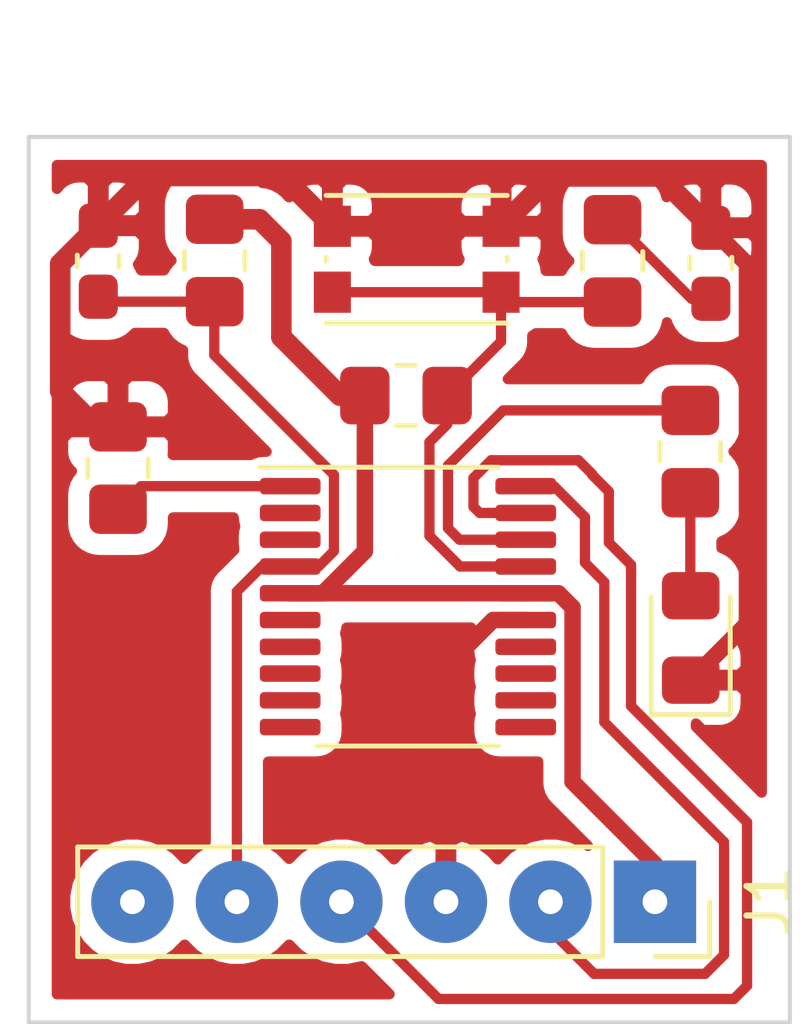
<source format=kicad_pcb>
(kicad_pcb (version 20171130) (host pcbnew "(5.1.7)-1")

  (general
    (thickness 1.6)
    (drawings 4)
    (tracks 91)
    (zones 0)
    (modules 11)
    (nets 23)
  )

  (page A4)
  (layers
    (0 F.Cu signal)
    (31 B.Cu signal)
    (32 B.Adhes user)
    (33 F.Adhes user)
    (34 B.Paste user)
    (35 F.Paste user)
    (36 B.SilkS user)
    (37 F.SilkS user)
    (38 B.Mask user)
    (39 F.Mask user)
    (40 Dwgs.User user)
    (41 Cmts.User user)
    (42 Eco1.User user)
    (43 Eco2.User user)
    (44 Edge.Cuts user)
    (45 Margin user)
    (46 B.CrtYd user)
    (47 F.CrtYd user)
    (48 B.Fab user)
    (49 F.Fab user)
  )

  (setup
    (last_trace_width 0.25)
    (trace_clearance 0.2)
    (zone_clearance 0.508)
    (zone_45_only no)
    (trace_min 0.2)
    (via_size 0.8)
    (via_drill 0.4)
    (via_min_size 0.4)
    (via_min_drill 0.3)
    (uvia_size 0.3)
    (uvia_drill 0.1)
    (uvias_allowed no)
    (uvia_min_size 0.2)
    (uvia_min_drill 0.1)
    (edge_width 0.05)
    (segment_width 0.2)
    (pcb_text_width 0.3)
    (pcb_text_size 1.5 1.5)
    (mod_edge_width 0.12)
    (mod_text_size 1 1)
    (mod_text_width 0.15)
    (pad_size 1.524 1.524)
    (pad_drill 0.762)
    (pad_to_mask_clearance 0)
    (aux_axis_origin 0 0)
    (visible_elements FFFFFF7F)
    (pcbplotparams
      (layerselection 0x00080_7ffffffe)
      (usegerberextensions false)
      (usegerberattributes true)
      (usegerberadvancedattributes true)
      (creategerberjobfile true)
      (excludeedgelayer true)
      (linewidth 0.100000)
      (plotframeref false)
      (viasonmask false)
      (mode 1)
      (useauxorigin false)
      (hpglpennumber 1)
      (hpglpenspeed 20)
      (hpglpendiameter 15.000000)
      (psnegative false)
      (psa4output false)
      (plotreference true)
      (plotvalue true)
      (plotinvisibletext false)
      (padsonsilk false)
      (subtractmaskfromsilk false)
      (outputformat 5)
      (mirror true)
      (drillshape 1)
      (scaleselection 1)
      (outputdirectory "print"))
  )

  (net 0 "")
  (net 1 "Net-(R3-Pad1)")
  (net 2 "Net-(U1-Pad2)")
  (net 3 "Net-(U1-Pad3)")
  (net 4 NRST)
  (net 5 VCC)
  (net 6 btn)
  (net 7 led)
  (net 8 "Net-(U1-Pad8)")
  (net 9 "Net-(U1-Pad9)")
  (net 10 "Net-(U1-Pad10)")
  (net 11 "Net-(U1-Pad11)")
  (net 12 "Net-(U1-Pad12)")
  (net 13 "Net-(U1-Pad13)")
  (net 14 "Net-(U1-Pad14)")
  (net 15 GND)
  (net 16 swdio)
  (net 17 swclk)
  (net 18 "Net-(C2-Pad2)")
  (net 19 "Net-(D1-Pad2)")
  (net 20 "Net-(J1-Pad6)")
  (net 21 "Net-(U1-Pad6)")
  (net 22 "Net-(U1-Pad7)")

  (net_class Default "This is the default net class."
    (clearance 0.2)
    (trace_width 0.25)
    (via_dia 0.8)
    (via_drill 0.4)
    (uvia_dia 0.3)
    (uvia_drill 0.1)
    (add_net NRST)
    (add_net "Net-(C2-Pad2)")
    (add_net "Net-(D1-Pad2)")
    (add_net "Net-(J1-Pad6)")
    (add_net "Net-(R3-Pad1)")
    (add_net "Net-(U1-Pad10)")
    (add_net "Net-(U1-Pad11)")
    (add_net "Net-(U1-Pad12)")
    (add_net "Net-(U1-Pad13)")
    (add_net "Net-(U1-Pad14)")
    (add_net "Net-(U1-Pad2)")
    (add_net "Net-(U1-Pad3)")
    (add_net "Net-(U1-Pad6)")
    (add_net "Net-(U1-Pad7)")
    (add_net "Net-(U1-Pad8)")
    (add_net "Net-(U1-Pad9)")
    (add_net btn)
    (add_net led)
    (add_net swclk)
    (add_net swdio)
  )

  (net_class pow ""
    (clearance 0.2)
    (trace_width 0.4)
    (via_dia 0.8)
    (via_drill 0.4)
    (uvia_dia 0.3)
    (uvia_drill 0.1)
    (add_net GND)
    (add_net VCC)
  )

  (module Package_SO:TSSOP-20_4.4x6.5mm_P0.65mm (layer F.Cu) (tedit 5E476F32) (tstamp 5FA037A4)
    (at 176.7175 97.405)
    (descr "TSSOP, 20 Pin (JEDEC MO-153 Var AC https://www.jedec.org/document_search?search_api_views_fulltext=MO-153), generated with kicad-footprint-generator ipc_gullwing_generator.py")
    (tags "TSSOP SO")
    (path /5F9FD889)
    (attr smd)
    (fp_text reference U1 (at 0 -4.2) (layer F.SilkS) hide
      (effects (font (size 1 1) (thickness 0.15)))
    )
    (fp_text value STM32F030F4Px (at 0 4.2) (layer F.Fab) hide
      (effects (font (size 1 1) (thickness 0.15)))
    )
    (fp_line (start 3.85 -3.5) (end -3.85 -3.5) (layer F.CrtYd) (width 0.05))
    (fp_line (start 3.85 3.5) (end 3.85 -3.5) (layer F.CrtYd) (width 0.05))
    (fp_line (start -3.85 3.5) (end 3.85 3.5) (layer F.CrtYd) (width 0.05))
    (fp_line (start -3.85 -3.5) (end -3.85 3.5) (layer F.CrtYd) (width 0.05))
    (fp_line (start -2.2 -2.25) (end -1.2 -3.25) (layer F.Fab) (width 0.1))
    (fp_line (start -2.2 3.25) (end -2.2 -2.25) (layer F.Fab) (width 0.1))
    (fp_line (start 2.2 3.25) (end -2.2 3.25) (layer F.Fab) (width 0.1))
    (fp_line (start 2.2 -3.25) (end 2.2 3.25) (layer F.Fab) (width 0.1))
    (fp_line (start -1.2 -3.25) (end 2.2 -3.25) (layer F.Fab) (width 0.1))
    (fp_line (start 0 -3.385) (end -3.6 -3.385) (layer F.SilkS) (width 0.12))
    (fp_line (start 0 -3.385) (end 2.2 -3.385) (layer F.SilkS) (width 0.12))
    (fp_line (start 0 3.385) (end -2.2 3.385) (layer F.SilkS) (width 0.12))
    (fp_line (start 0 3.385) (end 2.2 3.385) (layer F.SilkS) (width 0.12))
    (fp_text user %R (at 0 0) (layer F.Fab)
      (effects (font (size 1 1) (thickness 0.15)))
    )
    (pad 1 smd roundrect (at -2.8625 -2.925) (size 1.475 0.4) (layers F.Cu F.Paste F.Mask) (roundrect_rratio 0.25)
      (net 1 "Net-(R3-Pad1)"))
    (pad 2 smd roundrect (at -2.8625 -2.275) (size 1.475 0.4) (layers F.Cu F.Paste F.Mask) (roundrect_rratio 0.25)
      (net 2 "Net-(U1-Pad2)"))
    (pad 3 smd roundrect (at -2.8625 -1.625) (size 1.475 0.4) (layers F.Cu F.Paste F.Mask) (roundrect_rratio 0.25)
      (net 3 "Net-(U1-Pad3)"))
    (pad 4 smd roundrect (at -2.8625 -0.975) (size 1.475 0.4) (layers F.Cu F.Paste F.Mask) (roundrect_rratio 0.25)
      (net 4 NRST))
    (pad 5 smd roundrect (at -2.8625 -0.325) (size 1.475 0.4) (layers F.Cu F.Paste F.Mask) (roundrect_rratio 0.25)
      (net 5 VCC))
    (pad 6 smd roundrect (at -2.8625 0.325) (size 1.475 0.4) (layers F.Cu F.Paste F.Mask) (roundrect_rratio 0.25)
      (net 21 "Net-(U1-Pad6)"))
    (pad 7 smd roundrect (at -2.8625 0.975) (size 1.475 0.4) (layers F.Cu F.Paste F.Mask) (roundrect_rratio 0.25)
      (net 22 "Net-(U1-Pad7)"))
    (pad 8 smd roundrect (at -2.8625 1.625) (size 1.475 0.4) (layers F.Cu F.Paste F.Mask) (roundrect_rratio 0.25)
      (net 8 "Net-(U1-Pad8)"))
    (pad 9 smd roundrect (at -2.8625 2.275) (size 1.475 0.4) (layers F.Cu F.Paste F.Mask) (roundrect_rratio 0.25)
      (net 9 "Net-(U1-Pad9)"))
    (pad 10 smd roundrect (at -2.8625 2.925) (size 1.475 0.4) (layers F.Cu F.Paste F.Mask) (roundrect_rratio 0.25)
      (net 10 "Net-(U1-Pad10)"))
    (pad 11 smd roundrect (at 2.8625 2.925) (size 1.475 0.4) (layers F.Cu F.Paste F.Mask) (roundrect_rratio 0.25)
      (net 11 "Net-(U1-Pad11)"))
    (pad 12 smd roundrect (at 2.8625 2.275) (size 1.475 0.4) (layers F.Cu F.Paste F.Mask) (roundrect_rratio 0.25)
      (net 12 "Net-(U1-Pad12)"))
    (pad 13 smd roundrect (at 2.8625 1.625) (size 1.475 0.4) (layers F.Cu F.Paste F.Mask) (roundrect_rratio 0.25)
      (net 13 "Net-(U1-Pad13)"))
    (pad 14 smd roundrect (at 2.8625 0.975) (size 1.475 0.4) (layers F.Cu F.Paste F.Mask) (roundrect_rratio 0.25)
      (net 14 "Net-(U1-Pad14)"))
    (pad 15 smd roundrect (at 2.8625 0.325) (size 1.475 0.4) (layers F.Cu F.Paste F.Mask) (roundrect_rratio 0.25)
      (net 15 GND))
    (pad 16 smd roundrect (at 2.8625 -0.325) (size 1.475 0.4) (layers F.Cu F.Paste F.Mask) (roundrect_rratio 0.25)
      (net 5 VCC))
    (pad 17 smd roundrect (at 2.8625 -0.975) (size 1.475 0.4) (layers F.Cu F.Paste F.Mask) (roundrect_rratio 0.25)
      (net 6 btn))
    (pad 18 smd roundrect (at 2.8625 -1.625) (size 1.475 0.4) (layers F.Cu F.Paste F.Mask) (roundrect_rratio 0.25)
      (net 7 led))
    (pad 19 smd roundrect (at 2.8625 -2.275) (size 1.475 0.4) (layers F.Cu F.Paste F.Mask) (roundrect_rratio 0.25)
      (net 16 swdio))
    (pad 20 smd roundrect (at 2.8625 -2.925) (size 1.475 0.4) (layers F.Cu F.Paste F.Mask) (roundrect_rratio 0.25)
      (net 17 swclk))
    (model ${KISYS3DMOD}/Package_SO.3dshapes/TSSOP-20_4.4x6.5mm_P0.65mm.wrl
      (at (xyz 0 0 0))
      (scale (xyz 1 1 1))
      (rotate (xyz 0 0 0))
    )
  )

  (module Capacitor_SMD:C_0603_1608Metric_Pad1.08x0.95mm_HandSolder (layer F.Cu) (tedit 5F68FEEF) (tstamp 5FA03A0F)
    (at 169.19 89.0175 90)
    (descr "Capacitor SMD 0603 (1608 Metric), square (rectangular) end terminal, IPC_7351 nominal with elongated pad for handsoldering. (Body size source: IPC-SM-782 page 76, https://www.pcb-3d.com/wordpress/wp-content/uploads/ipc-sm-782a_amendment_1_and_2.pdf), generated with kicad-footprint-generator")
    (tags "capacitor handsolder")
    (path /5FA02CAE)
    (attr smd)
    (fp_text reference C1 (at 0 -1.43 90) (layer F.SilkS) hide
      (effects (font (size 1 1) (thickness 0.15)))
    )
    (fp_text value 100nf (at 4.05 -0.07 90) (layer F.Fab)
      (effects (font (size 1 1) (thickness 0.15)))
    )
    (fp_line (start 1.65 0.73) (end -1.65 0.73) (layer F.CrtYd) (width 0.05))
    (fp_line (start 1.65 -0.73) (end 1.65 0.73) (layer F.CrtYd) (width 0.05))
    (fp_line (start -1.65 -0.73) (end 1.65 -0.73) (layer F.CrtYd) (width 0.05))
    (fp_line (start -1.65 0.73) (end -1.65 -0.73) (layer F.CrtYd) (width 0.05))
    (fp_line (start -0.146267 0.51) (end 0.146267 0.51) (layer F.SilkS) (width 0.12))
    (fp_line (start -0.146267 -0.51) (end 0.146267 -0.51) (layer F.SilkS) (width 0.12))
    (fp_line (start 0.8 0.4) (end -0.8 0.4) (layer F.Fab) (width 0.1))
    (fp_line (start 0.8 -0.4) (end 0.8 0.4) (layer F.Fab) (width 0.1))
    (fp_line (start -0.8 -0.4) (end 0.8 -0.4) (layer F.Fab) (width 0.1))
    (fp_line (start -0.8 0.4) (end -0.8 -0.4) (layer F.Fab) (width 0.1))
    (fp_text user %R (at 0 0 90) (layer F.Fab)
      (effects (font (size 0.4 0.4) (thickness 0.06)))
    )
    (pad 1 smd roundrect (at -0.8625 0 90) (size 1.075 0.95) (layers F.Cu F.Paste F.Mask) (roundrect_rratio 0.25)
      (net 4 NRST))
    (pad 2 smd roundrect (at 0.8625 0 90) (size 1.075 0.95) (layers F.Cu F.Paste F.Mask) (roundrect_rratio 0.25)
      (net 15 GND))
    (model ${KISYS3DMOD}/Capacitor_SMD.3dshapes/C_0603_1608Metric.wrl
      (at (xyz 0 0 0))
      (scale (xyz 1 1 1))
      (rotate (xyz 0 0 0))
    )
  )

  (module Capacitor_SMD:C_0603_1608Metric_Pad1.08x0.95mm_HandSolder (layer F.Cu) (tedit 5F68FEEF) (tstamp 5FA03A20)
    (at 184.08 89.0675 270)
    (descr "Capacitor SMD 0603 (1608 Metric), square (rectangular) end terminal, IPC_7351 nominal with elongated pad for handsoldering. (Body size source: IPC-SM-782 page 76, https://www.pcb-3d.com/wordpress/wp-content/uploads/ipc-sm-782a_amendment_1_and_2.pdf), generated with kicad-footprint-generator")
    (tags "capacitor handsolder")
    (path /5FA0A384)
    (attr smd)
    (fp_text reference C2 (at 0 -1.43 90) (layer F.SilkS) hide
      (effects (font (size 1 1) (thickness 0.15)))
    )
    (fp_text value C (at -0.1325 -1.62 90) (layer F.Fab)
      (effects (font (size 1 1) (thickness 0.15)))
    )
    (fp_text user %R (at 0 0 90) (layer F.Fab)
      (effects (font (size 0.4 0.4) (thickness 0.06)))
    )
    (fp_line (start -0.8 0.4) (end -0.8 -0.4) (layer F.Fab) (width 0.1))
    (fp_line (start -0.8 -0.4) (end 0.8 -0.4) (layer F.Fab) (width 0.1))
    (fp_line (start 0.8 -0.4) (end 0.8 0.4) (layer F.Fab) (width 0.1))
    (fp_line (start 0.8 0.4) (end -0.8 0.4) (layer F.Fab) (width 0.1))
    (fp_line (start -0.146267 -0.51) (end 0.146267 -0.51) (layer F.SilkS) (width 0.12))
    (fp_line (start -0.146267 0.51) (end 0.146267 0.51) (layer F.SilkS) (width 0.12))
    (fp_line (start -1.65 0.73) (end -1.65 -0.73) (layer F.CrtYd) (width 0.05))
    (fp_line (start -1.65 -0.73) (end 1.65 -0.73) (layer F.CrtYd) (width 0.05))
    (fp_line (start 1.65 -0.73) (end 1.65 0.73) (layer F.CrtYd) (width 0.05))
    (fp_line (start 1.65 0.73) (end -1.65 0.73) (layer F.CrtYd) (width 0.05))
    (pad 2 smd roundrect (at 0.8625 0 270) (size 1.075 0.95) (layers F.Cu F.Paste F.Mask) (roundrect_rratio 0.25)
      (net 18 "Net-(C2-Pad2)"))
    (pad 1 smd roundrect (at -0.8625 0 270) (size 1.075 0.95) (layers F.Cu F.Paste F.Mask) (roundrect_rratio 0.25)
      (net 15 GND))
    (model ${KISYS3DMOD}/Capacitor_SMD.3dshapes/C_0603_1608Metric.wrl
      (at (xyz 0 0 0))
      (scale (xyz 1 1 1))
      (rotate (xyz 0 0 0))
    )
  )

  (module LED_SMD:LED_0805_2012Metric_Pad1.15x1.40mm_HandSolder (layer F.Cu) (tedit 5F68FEF1) (tstamp 5FA03A33)
    (at 183.59 98.165 90)
    (descr "LED SMD 0805 (2012 Metric), square (rectangular) end terminal, IPC_7351 nominal, (Body size source: https://docs.google.com/spreadsheets/d/1BsfQQcO9C6DZCsRaXUlFlo91Tg2WpOkGARC1WS5S8t0/edit?usp=sharing), generated with kicad-footprint-generator")
    (tags "LED handsolder")
    (path /5FA102FC)
    (attr smd)
    (fp_text reference D1 (at 0 -1.65 90) (layer F.SilkS) hide
      (effects (font (size 1 1) (thickness 0.15)))
    )
    (fp_text value LED (at 0 1.65 90) (layer F.Fab) hide
      (effects (font (size 1 1) (thickness 0.15)))
    )
    (fp_line (start 1.85 0.95) (end -1.85 0.95) (layer F.CrtYd) (width 0.05))
    (fp_line (start 1.85 -0.95) (end 1.85 0.95) (layer F.CrtYd) (width 0.05))
    (fp_line (start -1.85 -0.95) (end 1.85 -0.95) (layer F.CrtYd) (width 0.05))
    (fp_line (start -1.85 0.95) (end -1.85 -0.95) (layer F.CrtYd) (width 0.05))
    (fp_line (start -1.86 0.96) (end 1 0.96) (layer F.SilkS) (width 0.12))
    (fp_line (start -1.86 -0.96) (end -1.86 0.96) (layer F.SilkS) (width 0.12))
    (fp_line (start 1 -0.96) (end -1.86 -0.96) (layer F.SilkS) (width 0.12))
    (fp_line (start 1 0.6) (end 1 -0.6) (layer F.Fab) (width 0.1))
    (fp_line (start -1 0.6) (end 1 0.6) (layer F.Fab) (width 0.1))
    (fp_line (start -1 -0.3) (end -1 0.6) (layer F.Fab) (width 0.1))
    (fp_line (start -0.7 -0.6) (end -1 -0.3) (layer F.Fab) (width 0.1))
    (fp_line (start 1 -0.6) (end -0.7 -0.6) (layer F.Fab) (width 0.1))
    (fp_text user %R (at 0 0 90) (layer F.Fab)
      (effects (font (size 0.5 0.5) (thickness 0.08)))
    )
    (pad 1 smd roundrect (at -1.025 0 90) (size 1.15 1.4) (layers F.Cu F.Paste F.Mask) (roundrect_rratio 0.2173904347826087)
      (net 15 GND))
    (pad 2 smd roundrect (at 1.025 0 90) (size 1.15 1.4) (layers F.Cu F.Paste F.Mask) (roundrect_rratio 0.2173904347826087)
      (net 19 "Net-(D1-Pad2)"))
    (model ${KISYS3DMOD}/LED_SMD.3dshapes/LED_0805_2012Metric.wrl
      (at (xyz 0 0 0))
      (scale (xyz 1 1 1))
      (rotate (xyz 0 0 0))
    )
  )

  (module holse:PinSocket_1x06_P2.54mm_Vertical (layer F.Cu) (tedit 5F980E5F) (tstamp 5FA03A4D)
    (at 182.72 104.57 270)
    (descr "Through hole straight socket strip, 1x06, 2.54mm pitch, single row (from Kicad 4.0.7), script generated")
    (tags "Through hole socket strip THT 1x06 2.54mm single row")
    (path /5FA125EC)
    (fp_text reference J1 (at 0 -2.77 90) (layer F.SilkS)
      (effects (font (size 1 1) (thickness 0.15)))
    )
    (fp_text value Conn_01x06_Male (at 0 15.47 90) (layer F.Fab) hide
      (effects (font (size 1 1) (thickness 0.15)))
    )
    (fp_line (start -1.27 -1.27) (end 0.635 -1.27) (layer F.Fab) (width 0.1))
    (fp_line (start 0.635 -1.27) (end 1.27 -0.635) (layer F.Fab) (width 0.1))
    (fp_line (start 1.27 -0.635) (end 1.27 13.97) (layer F.Fab) (width 0.1))
    (fp_line (start 1.27 13.97) (end -1.27 13.97) (layer F.Fab) (width 0.1))
    (fp_line (start -1.27 13.97) (end -1.27 -1.27) (layer F.Fab) (width 0.1))
    (fp_line (start -1.33 1.27) (end 1.33 1.27) (layer F.SilkS) (width 0.12))
    (fp_line (start -1.33 1.27) (end -1.33 14.03) (layer F.SilkS) (width 0.12))
    (fp_line (start -1.33 14.03) (end 1.33 14.03) (layer F.SilkS) (width 0.12))
    (fp_line (start 1.33 1.27) (end 1.33 14.03) (layer F.SilkS) (width 0.12))
    (fp_line (start 1.33 -1.33) (end 1.33 0) (layer F.SilkS) (width 0.12))
    (fp_line (start 0 -1.33) (end 1.33 -1.33) (layer F.SilkS) (width 0.12))
    (fp_line (start -1.8 -1.8) (end 1.75 -1.8) (layer F.CrtYd) (width 0.05))
    (fp_line (start 1.75 -1.8) (end 1.75 14.45) (layer F.CrtYd) (width 0.05))
    (fp_line (start 1.75 14.45) (end -1.8 14.45) (layer F.CrtYd) (width 0.05))
    (fp_line (start -1.8 14.45) (end -1.8 -1.8) (layer F.CrtYd) (width 0.05))
    (fp_text user %R (at 0 6.35 180) (layer F.Fab)
      (effects (font (size 1 1) (thickness 0.15)))
    )
    (pad 6 thru_hole oval (at 0 12.7 270) (size 2 2) (drill 0.6) (layers *.Cu *.Mask)
      (net 20 "Net-(J1-Pad6)"))
    (pad 5 thru_hole oval (at 0 10.16 270) (size 2 2) (drill 0.6) (layers *.Cu *.Mask)
      (net 4 NRST))
    (pad 4 thru_hole oval (at 0 7.62 270) (size 2 2) (drill 0.6) (layers *.Cu *.Mask)
      (net 16 swdio))
    (pad 3 thru_hole oval (at 0 5.08 270) (size 2 2) (drill 0.6) (layers *.Cu *.Mask)
      (net 15 GND))
    (pad 2 thru_hole oval (at 0 2.54 270) (size 2 2) (drill 0.6) (layers *.Cu *.Mask)
      (net 17 swclk))
    (pad 1 thru_hole rect (at 0 0 270) (size 2 2) (drill 0.6) (layers *.Cu *.Mask)
      (net 5 VCC))
    (model ${KISYS3DMOD}/Connector_PinSocket_2.54mm.3dshapes/PinSocket_1x06_P2.54mm_Vertical.wrl
      (at (xyz 0 0 0))
      (scale (xyz 1 1 1))
      (rotate (xyz 0 0 0))
    )
  )

  (module Resistor_SMD:R_0805_2012Metric_Pad1.20x1.40mm_HandSolder (layer F.Cu) (tedit 5F68FEEE) (tstamp 5FA03A5E)
    (at 172.02 89 270)
    (descr "Resistor SMD 0805 (2012 Metric), square (rectangular) end terminal, IPC_7351 nominal with elongated pad for handsoldering. (Body size source: IPC-SM-782 page 72, https://www.pcb-3d.com/wordpress/wp-content/uploads/ipc-sm-782a_amendment_1_and_2.pdf), generated with kicad-footprint-generator")
    (tags "resistor handsolder")
    (path /5FA00914)
    (attr smd)
    (fp_text reference R2 (at 0 -1.65 90) (layer F.SilkS) hide
      (effects (font (size 1 1) (thickness 0.15)))
    )
    (fp_text value 100k (at -4.26 -0.19 90) (layer F.Fab)
      (effects (font (size 1 1) (thickness 0.15)))
    )
    (fp_text user %R (at 0 0 90) (layer F.Fab)
      (effects (font (size 0.5 0.5) (thickness 0.08)))
    )
    (fp_line (start -1 0.625) (end -1 -0.625) (layer F.Fab) (width 0.1))
    (fp_line (start -1 -0.625) (end 1 -0.625) (layer F.Fab) (width 0.1))
    (fp_line (start 1 -0.625) (end 1 0.625) (layer F.Fab) (width 0.1))
    (fp_line (start 1 0.625) (end -1 0.625) (layer F.Fab) (width 0.1))
    (fp_line (start -0.227064 -0.735) (end 0.227064 -0.735) (layer F.SilkS) (width 0.12))
    (fp_line (start -0.227064 0.735) (end 0.227064 0.735) (layer F.SilkS) (width 0.12))
    (fp_line (start -1.85 0.95) (end -1.85 -0.95) (layer F.CrtYd) (width 0.05))
    (fp_line (start -1.85 -0.95) (end 1.85 -0.95) (layer F.CrtYd) (width 0.05))
    (fp_line (start 1.85 -0.95) (end 1.85 0.95) (layer F.CrtYd) (width 0.05))
    (fp_line (start 1.85 0.95) (end -1.85 0.95) (layer F.CrtYd) (width 0.05))
    (pad 2 smd roundrect (at 1 0 270) (size 1.2 1.4) (layers F.Cu F.Paste F.Mask) (roundrect_rratio 0.2083325)
      (net 4 NRST))
    (pad 1 smd roundrect (at -1 0 270) (size 1.2 1.4) (layers F.Cu F.Paste F.Mask) (roundrect_rratio 0.2083325)
      (net 5 VCC))
    (model ${KISYS3DMOD}/Resistor_SMD.3dshapes/R_0805_2012Metric.wrl
      (at (xyz 0 0 0))
      (scale (xyz 1 1 1))
      (rotate (xyz 0 0 0))
    )
  )

  (module Resistor_SMD:R_0805_2012Metric_Pad1.20x1.40mm_HandSolder (layer F.Cu) (tedit 5F68FEEE) (tstamp 5FA03A6F)
    (at 169.67 94.04 90)
    (descr "Resistor SMD 0805 (2012 Metric), square (rectangular) end terminal, IPC_7351 nominal with elongated pad for handsoldering. (Body size source: IPC-SM-782 page 72, https://www.pcb-3d.com/wordpress/wp-content/uploads/ipc-sm-782a_amendment_1_and_2.pdf), generated with kicad-footprint-generator")
    (tags "resistor handsolder")
    (path /5F9FF873)
    (attr smd)
    (fp_text reference R3 (at 0 -1.65 90) (layer F.SilkS) hide
      (effects (font (size 1 1) (thickness 0.15)))
    )
    (fp_text value 100k (at 0.26 -2.02 90) (layer F.Fab)
      (effects (font (size 1 1) (thickness 0.15)))
    )
    (fp_line (start 1.85 0.95) (end -1.85 0.95) (layer F.CrtYd) (width 0.05))
    (fp_line (start 1.85 -0.95) (end 1.85 0.95) (layer F.CrtYd) (width 0.05))
    (fp_line (start -1.85 -0.95) (end 1.85 -0.95) (layer F.CrtYd) (width 0.05))
    (fp_line (start -1.85 0.95) (end -1.85 -0.95) (layer F.CrtYd) (width 0.05))
    (fp_line (start -0.227064 0.735) (end 0.227064 0.735) (layer F.SilkS) (width 0.12))
    (fp_line (start -0.227064 -0.735) (end 0.227064 -0.735) (layer F.SilkS) (width 0.12))
    (fp_line (start 1 0.625) (end -1 0.625) (layer F.Fab) (width 0.1))
    (fp_line (start 1 -0.625) (end 1 0.625) (layer F.Fab) (width 0.1))
    (fp_line (start -1 -0.625) (end 1 -0.625) (layer F.Fab) (width 0.1))
    (fp_line (start -1 0.625) (end -1 -0.625) (layer F.Fab) (width 0.1))
    (fp_text user %R (at 0 0 90) (layer F.Fab)
      (effects (font (size 0.5 0.5) (thickness 0.08)))
    )
    (pad 1 smd roundrect (at -1 0 90) (size 1.2 1.4) (layers F.Cu F.Paste F.Mask) (roundrect_rratio 0.2083325)
      (net 1 "Net-(R3-Pad1)"))
    (pad 2 smd roundrect (at 1 0 90) (size 1.2 1.4) (layers F.Cu F.Paste F.Mask) (roundrect_rratio 0.2083325)
      (net 15 GND))
    (model ${KISYS3DMOD}/Resistor_SMD.3dshapes/R_0805_2012Metric.wrl
      (at (xyz 0 0 0))
      (scale (xyz 1 1 1))
      (rotate (xyz 0 0 0))
    )
  )

  (module Resistor_SMD:R_0805_2012Metric_Pad1.20x1.40mm_HandSolder (layer F.Cu) (tedit 5F68FEEE) (tstamp 5FA03A80)
    (at 176.67 92.28)
    (descr "Resistor SMD 0805 (2012 Metric), square (rectangular) end terminal, IPC_7351 nominal with elongated pad for handsoldering. (Body size source: IPC-SM-782 page 72, https://www.pcb-3d.com/wordpress/wp-content/uploads/ipc-sm-782a_amendment_1_and_2.pdf), generated with kicad-footprint-generator")
    (tags "resistor handsolder")
    (path /5FA08F56)
    (attr smd)
    (fp_text reference R4 (at 0 -1.65) (layer F.SilkS) hide
      (effects (font (size 1 1) (thickness 0.15)))
    )
    (fp_text value 100k (at 3.95 0.05) (layer F.Fab)
      (effects (font (size 1 1) (thickness 0.15)))
    )
    (fp_line (start 1.85 0.95) (end -1.85 0.95) (layer F.CrtYd) (width 0.05))
    (fp_line (start 1.85 -0.95) (end 1.85 0.95) (layer F.CrtYd) (width 0.05))
    (fp_line (start -1.85 -0.95) (end 1.85 -0.95) (layer F.CrtYd) (width 0.05))
    (fp_line (start -1.85 0.95) (end -1.85 -0.95) (layer F.CrtYd) (width 0.05))
    (fp_line (start -0.227064 0.735) (end 0.227064 0.735) (layer F.SilkS) (width 0.12))
    (fp_line (start -0.227064 -0.735) (end 0.227064 -0.735) (layer F.SilkS) (width 0.12))
    (fp_line (start 1 0.625) (end -1 0.625) (layer F.Fab) (width 0.1))
    (fp_line (start 1 -0.625) (end 1 0.625) (layer F.Fab) (width 0.1))
    (fp_line (start -1 -0.625) (end 1 -0.625) (layer F.Fab) (width 0.1))
    (fp_line (start -1 0.625) (end -1 -0.625) (layer F.Fab) (width 0.1))
    (fp_text user %R (at 0 0) (layer F.Fab)
      (effects (font (size 0.5 0.5) (thickness 0.08)))
    )
    (pad 1 smd roundrect (at -1 0) (size 1.2 1.4) (layers F.Cu F.Paste F.Mask) (roundrect_rratio 0.2083325)
      (net 5 VCC))
    (pad 2 smd roundrect (at 1 0) (size 1.2 1.4) (layers F.Cu F.Paste F.Mask) (roundrect_rratio 0.2083325)
      (net 6 btn))
    (model ${KISYS3DMOD}/Resistor_SMD.3dshapes/R_0805_2012Metric.wrl
      (at (xyz 0 0 0))
      (scale (xyz 1 1 1))
      (rotate (xyz 0 0 0))
    )
  )

  (module Resistor_SMD:R_0805_2012Metric_Pad1.20x1.40mm_HandSolder (layer F.Cu) (tedit 5F68FEEE) (tstamp 5FA03A91)
    (at 181.69 89.01 90)
    (descr "Resistor SMD 0805 (2012 Metric), square (rectangular) end terminal, IPC_7351 nominal with elongated pad for handsoldering. (Body size source: IPC-SM-782 page 72, https://www.pcb-3d.com/wordpress/wp-content/uploads/ipc-sm-782a_amendment_1_and_2.pdf), generated with kicad-footprint-generator")
    (tags "resistor handsolder")
    (path /5FA09DF0)
    (attr smd)
    (fp_text reference R5 (at 0 -1.65 90) (layer F.SilkS) hide
      (effects (font (size 1 1) (thickness 0.15)))
    )
    (fp_text value 100 (at 2.72 0) (layer F.Fab)
      (effects (font (size 1 1) (thickness 0.15)))
    )
    (fp_text user %R (at 0 0 90) (layer F.Fab)
      (effects (font (size 0.5 0.5) (thickness 0.08)))
    )
    (fp_line (start -1 0.625) (end -1 -0.625) (layer F.Fab) (width 0.1))
    (fp_line (start -1 -0.625) (end 1 -0.625) (layer F.Fab) (width 0.1))
    (fp_line (start 1 -0.625) (end 1 0.625) (layer F.Fab) (width 0.1))
    (fp_line (start 1 0.625) (end -1 0.625) (layer F.Fab) (width 0.1))
    (fp_line (start -0.227064 -0.735) (end 0.227064 -0.735) (layer F.SilkS) (width 0.12))
    (fp_line (start -0.227064 0.735) (end 0.227064 0.735) (layer F.SilkS) (width 0.12))
    (fp_line (start -1.85 0.95) (end -1.85 -0.95) (layer F.CrtYd) (width 0.05))
    (fp_line (start -1.85 -0.95) (end 1.85 -0.95) (layer F.CrtYd) (width 0.05))
    (fp_line (start 1.85 -0.95) (end 1.85 0.95) (layer F.CrtYd) (width 0.05))
    (fp_line (start 1.85 0.95) (end -1.85 0.95) (layer F.CrtYd) (width 0.05))
    (pad 2 smd roundrect (at 1 0 90) (size 1.2 1.4) (layers F.Cu F.Paste F.Mask) (roundrect_rratio 0.2083325)
      (net 18 "Net-(C2-Pad2)"))
    (pad 1 smd roundrect (at -1 0 90) (size 1.2 1.4) (layers F.Cu F.Paste F.Mask) (roundrect_rratio 0.2083325)
      (net 6 btn))
    (model ${KISYS3DMOD}/Resistor_SMD.3dshapes/R_0805_2012Metric.wrl
      (at (xyz 0 0 0))
      (scale (xyz 1 1 1))
      (rotate (xyz 0 0 0))
    )
  )

  (module Resistor_SMD:R_0805_2012Metric_Pad1.20x1.40mm_HandSolder (layer F.Cu) (tedit 5F68FEEE) (tstamp 5FA03AA2)
    (at 183.58 93.64 90)
    (descr "Resistor SMD 0805 (2012 Metric), square (rectangular) end terminal, IPC_7351 nominal with elongated pad for handsoldering. (Body size source: IPC-SM-782 page 72, https://www.pcb-3d.com/wordpress/wp-content/uploads/ipc-sm-782a_amendment_1_and_2.pdf), generated with kicad-footprint-generator")
    (tags "resistor handsolder")
    (path /5FA0F504)
    (attr smd)
    (fp_text reference R6 (at 0 -1.65 90) (layer F.SilkS) hide
      (effects (font (size 1 1) (thickness 0.15)))
    )
    (fp_text value 1k (at 0 1.65 90) (layer F.Fab)
      (effects (font (size 1 1) (thickness 0.15)))
    )
    (fp_line (start 1.85 0.95) (end -1.85 0.95) (layer F.CrtYd) (width 0.05))
    (fp_line (start 1.85 -0.95) (end 1.85 0.95) (layer F.CrtYd) (width 0.05))
    (fp_line (start -1.85 -0.95) (end 1.85 -0.95) (layer F.CrtYd) (width 0.05))
    (fp_line (start -1.85 0.95) (end -1.85 -0.95) (layer F.CrtYd) (width 0.05))
    (fp_line (start -0.227064 0.735) (end 0.227064 0.735) (layer F.SilkS) (width 0.12))
    (fp_line (start -0.227064 -0.735) (end 0.227064 -0.735) (layer F.SilkS) (width 0.12))
    (fp_line (start 1 0.625) (end -1 0.625) (layer F.Fab) (width 0.1))
    (fp_line (start 1 -0.625) (end 1 0.625) (layer F.Fab) (width 0.1))
    (fp_line (start -1 -0.625) (end 1 -0.625) (layer F.Fab) (width 0.1))
    (fp_line (start -1 0.625) (end -1 -0.625) (layer F.Fab) (width 0.1))
    (fp_text user %R (at 0 0 90) (layer F.Fab)
      (effects (font (size 0.5 0.5) (thickness 0.08)))
    )
    (pad 1 smd roundrect (at -1 0 90) (size 1.2 1.4) (layers F.Cu F.Paste F.Mask) (roundrect_rratio 0.2083325)
      (net 19 "Net-(D1-Pad2)"))
    (pad 2 smd roundrect (at 1 0 90) (size 1.2 1.4) (layers F.Cu F.Paste F.Mask) (roundrect_rratio 0.2083325)
      (net 7 led))
    (model ${KISYS3DMOD}/Resistor_SMD.3dshapes/R_0805_2012Metric.wrl
      (at (xyz 0 0 0))
      (scale (xyz 1 1 1))
      (rotate (xyz 0 0 0))
    )
  )

  (module Button_Switch_SMD:SW_Push_1P1T_NO_CK_KMR2 (layer F.Cu) (tedit 5A02FC95) (tstamp 5FA03AB8)
    (at 176.93 88.97 180)
    (descr "CK components KMR2 tactile switch http://www.ckswitches.com/media/1479/kmr2.pdf")
    (tags "tactile switch kmr2")
    (path /5FA085C9)
    (attr smd)
    (fp_text reference SW1 (at -0.21 2.7) (layer F.SilkS) hide
      (effects (font (size 1 1) (thickness 0.15)))
    )
    (fp_text value SW_Push (at 0 2.55) (layer F.Fab) hide
      (effects (font (size 1 1) (thickness 0.15)))
    )
    (fp_line (start -2.2 0.05) (end -2.2 -0.05) (layer F.SilkS) (width 0.12))
    (fp_line (start 2.2 -1.55) (end -2.2 -1.55) (layer F.SilkS) (width 0.12))
    (fp_line (start -2.2 1.55) (end 2.2 1.55) (layer F.SilkS) (width 0.12))
    (fp_circle (center 0 0) (end 0 0.8) (layer F.Fab) (width 0.1))
    (fp_line (start -2.8 1.8) (end -2.8 -1.8) (layer F.CrtYd) (width 0.05))
    (fp_line (start 2.8 1.8) (end -2.8 1.8) (layer F.CrtYd) (width 0.05))
    (fp_line (start 2.8 -1.8) (end 2.8 1.8) (layer F.CrtYd) (width 0.05))
    (fp_line (start -2.8 -1.8) (end 2.8 -1.8) (layer F.CrtYd) (width 0.05))
    (fp_line (start 2.2 0.05) (end 2.2 -0.05) (layer F.SilkS) (width 0.12))
    (fp_line (start -2.1 1.4) (end -2.1 -1.4) (layer F.Fab) (width 0.1))
    (fp_line (start 2.1 1.4) (end -2.1 1.4) (layer F.Fab) (width 0.1))
    (fp_line (start 2.1 -1.4) (end 2.1 1.4) (layer F.Fab) (width 0.1))
    (fp_line (start -2.1 -1.4) (end 2.1 -1.4) (layer F.Fab) (width 0.1))
    (fp_text user %R (at -0.22 2.61) (layer F.Fab) hide
      (effects (font (size 1 1) (thickness 0.15)))
    )
    (pad 1 smd rect (at -2.05 -0.8 180) (size 0.9 1) (layers F.Cu F.Paste F.Mask)
      (net 6 btn))
    (pad 2 smd rect (at -2.05 0.8 180) (size 0.9 1) (layers F.Cu F.Paste F.Mask)
      (net 15 GND))
    (pad 1 smd rect (at 2.05 -0.8 180) (size 0.9 1) (layers F.Cu F.Paste F.Mask)
      (net 6 btn))
    (pad 2 smd rect (at 2.05 0.8 180) (size 0.9 1) (layers F.Cu F.Paste F.Mask)
      (net 15 GND))
    (model ${KISYS3DMOD}/Button_Switch_SMD.3dshapes/SW_Push_1P1T_NO_CK_KMR2.wrl
      (at (xyz 0 0 0))
      (scale (xyz 1 1 1))
      (rotate (xyz 0 0 0))
    )
  )

  (gr_line (start 186 86) (end 186 107.5) (layer Edge.Cuts) (width 0.1))
  (gr_line (start 167.5 86) (end 186 86) (layer Edge.Cuts) (width 0.1))
  (gr_line (start 167.5 107.5) (end 167.5 86) (layer Edge.Cuts) (width 0.1))
  (gr_line (start 186 107.5) (end 167.5 107.5) (layer Edge.Cuts) (width 0.1))

  (segment (start 170.23 94.48) (end 173.855 94.48) (width 0.25) (layer F.Cu) (net 1))
  (segment (start 169.67 95.04) (end 170.23 94.48) (width 0.25) (layer F.Cu) (net 1))
  (segment (start 174.543558 96.43) (end 173.855 96.43) (width 0.25) (layer F.Cu) (net 4))
  (segment (start 174.91751 96.056048) (end 174.543558 96.43) (width 0.25) (layer F.Cu) (net 4))
  (segment (start 174.91751 94.203952) (end 174.91751 96.056048) (width 0.25) (layer F.Cu) (net 4))
  (segment (start 172.01 91.296442) (end 174.91751 94.203952) (width 0.25) (layer F.Cu) (net 4))
  (segment (start 172.01 90.04) (end 172.01 91.296442) (width 0.25) (layer F.Cu) (net 4))
  (segment (start 169.31 90) (end 169.19 89.88) (width 0.25) (layer F.Cu) (net 4))
  (segment (start 172.02 90) (end 169.31 90) (width 0.25) (layer F.Cu) (net 4))
  (segment (start 172.56 97.036442) (end 172.56 104.57) (width 0.25) (layer F.Cu) (net 4))
  (segment (start 173.166442 96.43) (end 172.56 97.036442) (width 0.25) (layer F.Cu) (net 4))
  (segment (start 173.855 96.43) (end 173.166442 96.43) (width 0.25) (layer F.Cu) (net 4))
  (segment (start 173.64 90.86) (end 175.06 92.28) (width 0.5) (layer F.Cu) (net 5))
  (segment (start 173.64 88.53) (end 173.64 90.86) (width 0.5) (layer F.Cu) (net 5))
  (segment (start 175.06 92.28) (end 175.67 92.28) (width 0.5) (layer F.Cu) (net 5))
  (segment (start 173.11 88) (end 173.64 88.53) (width 0.5) (layer F.Cu) (net 5))
  (segment (start 172.02 88) (end 173.11 88) (width 0.5) (layer F.Cu) (net 5))
  (segment (start 179.58 97.08) (end 173.855 97.08) (width 0.4) (layer F.Cu) (net 5))
  (segment (start 175.67 96.059624) (end 175.67 92.28) (width 0.4) (layer F.Cu) (net 5))
  (segment (start 174.649624 97.08) (end 175.67 96.059624) (width 0.4) (layer F.Cu) (net 5))
  (segment (start 173.855 97.08) (end 174.649624 97.08) (width 0.4) (layer F.Cu) (net 5))
  (segment (start 180.71751 101.65751) (end 182.72 103.66) (width 0.4) (layer F.Cu) (net 5))
  (segment (start 180.71751 97.422886) (end 180.71751 101.65751) (width 0.4) (layer F.Cu) (net 5))
  (segment (start 180.374624 97.08) (end 180.71751 97.422886) (width 0.4) (layer F.Cu) (net 5))
  (segment (start 182.72 103.66) (end 182.72 104.57) (width 0.4) (layer F.Cu) (net 5))
  (segment (start 179.58 97.08) (end 180.374624 97.08) (width 0.4) (layer F.Cu) (net 5))
  (segment (start 179.22 90.01) (end 178.98 89.77) (width 0.25) (layer F.Cu) (net 6))
  (segment (start 181.69 90.01) (end 179.22 90.01) (width 0.25) (layer F.Cu) (net 6))
  (segment (start 178.98 89.77) (end 174.88 89.77) (width 0.25) (layer F.Cu) (net 6))
  (segment (start 174.88 89.77) (end 175 89.77) (width 0.25) (layer F.Cu) (net 6))
  (segment (start 174.88 89.77) (end 175.16 89.77) (width 0.25) (layer F.Cu) (net 6))
  (segment (start 178.98 90.97) (end 177.67 92.28) (width 0.25) (layer F.Cu) (net 6))
  (segment (start 178.98 89.77) (end 178.98 90.97) (width 0.25) (layer F.Cu) (net 6))
  (segment (start 177.239989 93.410011) (end 177.239989 95.6864) (width 0.25) (layer F.Cu) (net 6))
  (segment (start 177.67 92.28) (end 177.67 92.98) (width 0.25) (layer F.Cu) (net 6))
  (segment (start 177.67 92.98) (end 177.239989 93.410011) (width 0.25) (layer F.Cu) (net 6))
  (segment (start 177.239989 95.6864) (end 177.983589 96.43) (width 0.25) (layer F.Cu) (net 6))
  (segment (start 177.983589 96.43) (end 179.58 96.43) (width 0.25) (layer F.Cu) (net 6))
  (segment (start 177.97 95.78) (end 179.58 95.78) (width 0.25) (layer F.Cu) (net 7))
  (segment (start 177.69 95.5) (end 177.97 95.78) (width 0.25) (layer F.Cu) (net 7))
  (segment (start 177.69 93.98) (end 177.69 95.5) (width 0.25) (layer F.Cu) (net 7))
  (segment (start 179.03 92.64) (end 177.69 93.98) (width 0.25) (layer F.Cu) (net 7))
  (segment (start 183.58 92.64) (end 179.03 92.64) (width 0.25) (layer F.Cu) (net 7))
  (segment (start 168.26499 92.17499) (end 168.26499 89.08001) (width 0.5) (layer F.Cu) (net 15))
  (segment (start 168.26499 89.08001) (end 169.19 88.155) (width 0.5) (layer F.Cu) (net 15))
  (segment (start 173.65999 86.94999) (end 174.88 88.17) (width 0.5) (layer F.Cu) (net 15))
  (segment (start 170.39501 86.94999) (end 173.65999 86.94999) (width 0.5) (layer F.Cu) (net 15))
  (segment (start 169.19 88.155) (end 170.39501 86.94999) (width 0.5) (layer F.Cu) (net 15))
  (segment (start 174.88 88.17) (end 178.98 88.17) (width 0.5) (layer F.Cu) (net 15))
  (segment (start 182.83499 86.95999) (end 184.08 88.205) (width 0.5) (layer F.Cu) (net 15))
  (segment (start 180.19001 86.95999) (end 182.83499 86.95999) (width 0.5) (layer F.Cu) (net 15))
  (segment (start 178.98 88.17) (end 180.19001 86.95999) (width 0.5) (layer F.Cu) (net 15))
  (segment (start 169.14 93.04) (end 168.26499 92.16499) (width 0.5) (layer F.Cu) (net 15))
  (segment (start 169.67 93.04) (end 169.14 93.04) (width 0.5) (layer F.Cu) (net 15))
  (segment (start 177.64 98.875376) (end 177.64 104.57) (width 0.4) (layer F.Cu) (net 15))
  (segment (start 178.785376 97.73) (end 177.64 98.875376) (width 0.4) (layer F.Cu) (net 15))
  (segment (start 179.58 97.73) (end 178.785376 97.73) (width 0.4) (layer F.Cu) (net 15))
  (segment (start 184.95501 89.08001) (end 184.08 88.205) (width 0.4) (layer F.Cu) (net 15))
  (segment (start 184.95501 97.82499) (end 184.95501 89.08001) (width 0.4) (layer F.Cu) (net 15))
  (segment (start 183.59 99.19) (end 184.95501 97.82499) (width 0.4) (layer F.Cu) (net 15))
  (segment (start 178.46 95.13) (end 179.58 95.13) (width 0.25) (layer F.Cu) (net 16))
  (segment (start 178.31 94.28) (end 178.31 94.98) (width 0.25) (layer F.Cu) (net 16))
  (segment (start 175.1 104.57) (end 177.460011 106.930011) (width 0.25) (layer F.Cu) (net 16))
  (segment (start 184.639989 106.930011) (end 184.96 106.61) (width 0.25) (layer F.Cu) (net 16))
  (segment (start 181.6 94.61) (end 181.193952 94.203952) (width 0.25) (layer F.Cu) (net 16))
  (segment (start 184.96 106.61) (end 184.96 102.64) (width 0.25) (layer F.Cu) (net 16))
  (segment (start 181.193952 94.183952) (end 180.86 93.85) (width 0.25) (layer F.Cu) (net 16))
  (segment (start 181.6 95.85) (end 181.6 94.61) (width 0.25) (layer F.Cu) (net 16))
  (segment (start 182.14 99.82) (end 182.14 96.39) (width 0.25) (layer F.Cu) (net 16))
  (segment (start 177.460011 106.930011) (end 184.639989 106.930011) (width 0.25) (layer F.Cu) (net 16))
  (segment (start 182.14 96.39) (end 181.6 95.85) (width 0.25) (layer F.Cu) (net 16))
  (segment (start 184.96 102.64) (end 182.14 99.82) (width 0.25) (layer F.Cu) (net 16))
  (segment (start 181.193952 94.203952) (end 181.193952 94.183952) (width 0.25) (layer F.Cu) (net 16))
  (segment (start 178.31 94.98) (end 178.46 95.13) (width 0.25) (layer F.Cu) (net 16))
  (segment (start 180.86 93.85) (end 178.74 93.85) (width 0.25) (layer F.Cu) (net 16))
  (segment (start 178.74 93.85) (end 178.31 94.28) (width 0.25) (layer F.Cu) (net 16))
  (segment (start 181.02 95.231443) (end 180.268557 94.48) (width 0.25) (layer F.Cu) (net 17))
  (segment (start 181.49 96.81) (end 181.02 96.34) (width 0.25) (layer F.Cu) (net 17))
  (segment (start 181.49 100.21) (end 181.49 96.81) (width 0.25) (layer F.Cu) (net 17))
  (segment (start 181.02 96.34) (end 181.02 95.231443) (width 0.25) (layer F.Cu) (net 17))
  (segment (start 184.4 103.12) (end 181.49 100.21) (width 0.25) (layer F.Cu) (net 17))
  (segment (start 184.4 105.86) (end 184.4 103.12) (width 0.25) (layer F.Cu) (net 17))
  (segment (start 183.94 106.32) (end 184.4 105.86) (width 0.25) (layer F.Cu) (net 17))
  (segment (start 181.24 106.32) (end 183.94 106.32) (width 0.25) (layer F.Cu) (net 17))
  (segment (start 180.268557 94.48) (end 179.58 94.48) (width 0.25) (layer F.Cu) (net 17))
  (segment (start 180.18 105.26) (end 181.24 106.32) (width 0.25) (layer F.Cu) (net 17))
  (segment (start 180.18 104.57) (end 180.18 105.26) (width 0.25) (layer F.Cu) (net 17))
  (segment (start 183.61 89.93) (end 181.69 88.01) (width 0.25) (layer F.Cu) (net 18))
  (segment (start 184.08 89.93) (end 183.61 89.93) (width 0.25) (layer F.Cu) (net 18))
  (segment (start 183.58 97.13) (end 183.59 97.14) (width 0.25) (layer F.Cu) (net 19))
  (segment (start 183.58 94.64) (end 183.58 97.13) (width 0.25) (layer F.Cu) (net 19))

  (zone (net 15) (net_name GND) (layer F.Cu) (tstamp 5FA068E6) (hatch edge 0.508)
    (connect_pads (clearance 0.508))
    (min_thickness 0.254)
    (fill yes (arc_segments 32) (thermal_gap 0.508) (thermal_bridge_width 0.508) (smoothing chamfer) (radius 1))
    (polygon
      (pts
        (xy 186 107.5) (xy 167.5 107.5) (xy 167.5 86) (xy 186 86)
      )
    )
    (filled_polygon
      (pts
        (xy 168.224488 90.666442) (xy 168.333377 90.799123) (xy 168.466058 90.908012) (xy 168.617433 90.988923) (xy 168.781684 91.038748)
        (xy 168.9525 91.055572) (xy 169.4275 91.055572) (xy 169.598316 91.038748) (xy 169.762567 90.988923) (xy 169.913942 90.908012)
        (xy 170.046623 90.799123) (xy 170.078731 90.76) (xy 170.787024 90.76) (xy 170.831595 90.843387) (xy 170.942038 90.977962)
        (xy 171.076613 91.088405) (xy 171.230149 91.170472) (xy 171.250001 91.176494) (xy 171.250001 91.25911) (xy 171.246324 91.296442)
        (xy 171.260998 91.445427) (xy 171.304454 91.588688) (xy 171.375026 91.720718) (xy 171.414649 91.768998) (xy 171.47 91.836443)
        (xy 171.498998 91.860241) (xy 173.280684 93.641928) (xy 173.2175 93.641928) (xy 173.073509 93.65611) (xy 172.935052 93.69811)
        (xy 172.894099 93.72) (xy 171.000193 93.72) (xy 171.008072 93.64) (xy 171.005 93.32575) (xy 170.84625 93.167)
        (xy 169.797 93.167) (xy 169.797 93.187) (xy 169.543 93.187) (xy 169.543 93.167) (xy 168.49375 93.167)
        (xy 168.335 93.32575) (xy 168.331928 93.64) (xy 168.344188 93.764482) (xy 168.380498 93.88418) (xy 168.439463 93.994494)
        (xy 168.518815 94.091185) (xy 168.548276 94.115363) (xy 168.481595 94.196613) (xy 168.399528 94.350149) (xy 168.348992 94.516745)
        (xy 168.331928 94.689999) (xy 168.331928 95.390001) (xy 168.348992 95.563255) (xy 168.399528 95.729851) (xy 168.481595 95.883387)
        (xy 168.592038 96.017962) (xy 168.726613 96.128405) (xy 168.880149 96.210472) (xy 169.046745 96.261008) (xy 169.219999 96.278072)
        (xy 170.120001 96.278072) (xy 170.293255 96.261008) (xy 170.459851 96.210472) (xy 170.613387 96.128405) (xy 170.747962 96.017962)
        (xy 170.858405 95.883387) (xy 170.940472 95.729851) (xy 170.991008 95.563255) (xy 171.008072 95.390001) (xy 171.008072 95.24)
        (xy 172.480413 95.24) (xy 172.49361 95.373991) (xy 172.518184 95.455) (xy 172.49361 95.536009) (xy 172.479428 95.68)
        (xy 172.479428 95.88) (xy 172.49361 96.023991) (xy 172.49455 96.02709) (xy 172.049002 96.472639) (xy 172.019999 96.496441)
        (xy 171.981235 96.543676) (xy 171.925026 96.612166) (xy 171.879386 96.697552) (xy 171.854454 96.744196) (xy 171.810997 96.887457)
        (xy 171.8 96.99911) (xy 171.8 96.99912) (xy 171.796324 97.036442) (xy 171.8 97.073764) (xy 171.800001 103.115091)
        (xy 171.785537 103.121082) (xy 171.517748 103.300013) (xy 171.290013 103.527748) (xy 171.29 103.527767) (xy 171.289987 103.527748)
        (xy 171.062252 103.300013) (xy 170.794463 103.121082) (xy 170.496912 102.997832) (xy 170.181033 102.935) (xy 169.858967 102.935)
        (xy 169.543088 102.997832) (xy 169.245537 103.121082) (xy 168.977748 103.300013) (xy 168.750013 103.527748) (xy 168.571082 103.795537)
        (xy 168.447832 104.093088) (xy 168.385 104.408967) (xy 168.385 104.731033) (xy 168.447832 105.046912) (xy 168.571082 105.344463)
        (xy 168.750013 105.612252) (xy 168.977748 105.839987) (xy 169.245537 106.018918) (xy 169.543088 106.142168) (xy 169.858967 106.205)
        (xy 170.181033 106.205) (xy 170.496912 106.142168) (xy 170.794463 106.018918) (xy 171.062252 105.839987) (xy 171.289987 105.612252)
        (xy 171.29 105.612233) (xy 171.290013 105.612252) (xy 171.517748 105.839987) (xy 171.785537 106.018918) (xy 172.083088 106.142168)
        (xy 172.398967 106.205) (xy 172.721033 106.205) (xy 173.036912 106.142168) (xy 173.334463 106.018918) (xy 173.602252 105.839987)
        (xy 173.829987 105.612252) (xy 173.83 105.612233) (xy 173.830013 105.612252) (xy 174.057748 105.839987) (xy 174.325537 106.018918)
        (xy 174.623088 106.142168) (xy 174.938967 106.205) (xy 175.261033 106.205) (xy 175.576912 106.142168) (xy 175.591376 106.136177)
        (xy 176.270198 106.815) (xy 168.185 106.815) (xy 168.185 92.44) (xy 168.331928 92.44) (xy 168.335 92.75425)
        (xy 168.49375 92.913) (xy 169.543 92.913) (xy 169.543 91.96375) (xy 169.797 91.96375) (xy 169.797 92.913)
        (xy 170.84625 92.913) (xy 171.005 92.75425) (xy 171.008072 92.44) (xy 170.995812 92.315518) (xy 170.959502 92.19582)
        (xy 170.900537 92.085506) (xy 170.821185 91.988815) (xy 170.724494 91.909463) (xy 170.61418 91.850498) (xy 170.494482 91.814188)
        (xy 170.37 91.801928) (xy 169.95575 91.805) (xy 169.797 91.96375) (xy 169.543 91.96375) (xy 169.38425 91.805)
        (xy 168.97 91.801928) (xy 168.845518 91.814188) (xy 168.72582 91.850498) (xy 168.615506 91.909463) (xy 168.518815 91.988815)
        (xy 168.439463 92.085506) (xy 168.380498 92.19582) (xy 168.344188 92.315518) (xy 168.331928 92.44) (xy 168.185 92.44)
        (xy 168.185 90.592565)
      )
    )
    (filled_polygon
      (pts
        (xy 178.2075 97.96175) (xy 178.218632 98.063883) (xy 178.22985 98.098955) (xy 178.21861 98.136009) (xy 178.204428 98.28)
        (xy 178.204428 98.48) (xy 178.21861 98.623991) (xy 178.243184 98.705) (xy 178.21861 98.786009) (xy 178.204428 98.93)
        (xy 178.204428 99.13) (xy 178.21861 99.273991) (xy 178.243184 99.355) (xy 178.21861 99.436009) (xy 178.204428 99.58)
        (xy 178.204428 99.78) (xy 178.21861 99.923991) (xy 178.243184 100.005) (xy 178.21861 100.086009) (xy 178.204428 100.23)
        (xy 178.204428 100.43) (xy 178.21861 100.573991) (xy 178.26061 100.712448) (xy 178.328816 100.840051) (xy 178.420604 100.951896)
        (xy 178.532449 101.043684) (xy 178.660052 101.11189) (xy 178.798509 101.15389) (xy 178.9425 101.168072) (xy 179.882511 101.168072)
        (xy 179.882511 101.616482) (xy 179.87847 101.65751) (xy 179.894592 101.821198) (xy 179.942338 101.978596) (xy 180.00723 102.099999)
        (xy 180.019875 102.123656) (xy 180.12422 102.250801) (xy 180.156084 102.276951) (xy 181.092342 103.21321) (xy 180.954463 103.121082)
        (xy 180.656912 102.997832) (xy 180.341033 102.935) (xy 180.018967 102.935) (xy 179.703088 102.997832) (xy 179.405537 103.121082)
        (xy 179.137748 103.300013) (xy 178.910013 103.527748) (xy 178.901638 103.540282) (xy 178.750785 103.370252) (xy 178.495382 103.176601)
        (xy 178.207107 103.036498) (xy 178.020434 102.979876) (xy 177.767 103.099223) (xy 177.767 104.443) (xy 177.787 104.443)
        (xy 177.787 104.697) (xy 177.767 104.697) (xy 177.767 104.717) (xy 177.513 104.717) (xy 177.513 104.697)
        (xy 177.493 104.697) (xy 177.493 104.443) (xy 177.513 104.443) (xy 177.513 103.099223) (xy 177.259566 102.979876)
        (xy 177.072893 103.036498) (xy 176.784618 103.176601) (xy 176.529215 103.370252) (xy 176.378362 103.540282) (xy 176.369987 103.527748)
        (xy 176.142252 103.300013) (xy 175.874463 103.121082) (xy 175.576912 102.997832) (xy 175.261033 102.935) (xy 174.938967 102.935)
        (xy 174.623088 102.997832) (xy 174.325537 103.121082) (xy 174.057748 103.300013) (xy 173.830013 103.527748) (xy 173.83 103.527767)
        (xy 173.829987 103.527748) (xy 173.602252 103.300013) (xy 173.334463 103.121082) (xy 173.32 103.115091) (xy 173.32 101.168072)
        (xy 174.4925 101.168072) (xy 174.636491 101.15389) (xy 174.774948 101.11189) (xy 174.902551 101.043684) (xy 175.014396 100.951896)
        (xy 175.106184 100.840051) (xy 175.17439 100.712448) (xy 175.21639 100.573991) (xy 175.230572 100.43) (xy 175.230572 100.23)
        (xy 175.21639 100.086009) (xy 175.191816 100.005) (xy 175.21639 99.923991) (xy 175.230572 99.78) (xy 175.230572 99.58)
        (xy 175.21639 99.436009) (xy 175.191816 99.355) (xy 175.21639 99.273991) (xy 175.230572 99.13) (xy 175.230572 98.93)
        (xy 175.21639 98.786009) (xy 175.191816 98.705) (xy 175.21639 98.623991) (xy 175.230572 98.48) (xy 175.230572 98.28)
        (xy 175.21639 98.136009) (xy 175.191816 98.055) (xy 175.21639 97.973991) (xy 175.2222 97.915) (xy 178.25425 97.915)
      )
    )
    (filled_polygon
      (pts
        (xy 185.315001 101.920199) (xy 183.717002 100.322201) (xy 183.717002 100.241252) (xy 183.87575 100.4) (xy 184.29 100.403072)
        (xy 184.414482 100.390812) (xy 184.53418 100.354502) (xy 184.644494 100.295537) (xy 184.741185 100.216185) (xy 184.820537 100.119494)
        (xy 184.879502 100.00918) (xy 184.915812 99.889482) (xy 184.928072 99.765) (xy 184.925 99.47575) (xy 184.76625 99.317)
        (xy 183.717 99.317) (xy 183.717 99.337) (xy 183.463 99.337) (xy 183.463 99.317) (xy 183.443 99.317)
        (xy 183.443 99.063) (xy 183.463 99.063) (xy 183.463 99.043) (xy 183.717 99.043) (xy 183.717 99.063)
        (xy 184.76625 99.063) (xy 184.925 98.90425) (xy 184.928072 98.615) (xy 184.915812 98.490518) (xy 184.879502 98.37082)
        (xy 184.820537 98.260506) (xy 184.741185 98.163815) (xy 184.661406 98.098342) (xy 184.667962 98.092962) (xy 184.778405 97.958387)
        (xy 184.860472 97.804851) (xy 184.911008 97.638255) (xy 184.928072 97.465001) (xy 184.928072 96.814999) (xy 184.911008 96.641745)
        (xy 184.860472 96.475149) (xy 184.778405 96.321613) (xy 184.667962 96.187038) (xy 184.533387 96.076595) (xy 184.379851 95.994528)
        (xy 184.34 95.982439) (xy 184.34 95.819527) (xy 184.369851 95.810472) (xy 184.523387 95.728405) (xy 184.657962 95.617962)
        (xy 184.768405 95.483387) (xy 184.850472 95.329851) (xy 184.901008 95.163255) (xy 184.918072 94.990001) (xy 184.918072 94.289999)
        (xy 184.901008 94.116745) (xy 184.850472 93.950149) (xy 184.768405 93.796613) (xy 184.657962 93.662038) (xy 184.631109 93.64)
        (xy 184.657962 93.617962) (xy 184.768405 93.483387) (xy 184.850472 93.329851) (xy 184.901008 93.163255) (xy 184.918072 92.990001)
        (xy 184.918072 92.289999) (xy 184.901008 92.116745) (xy 184.850472 91.950149) (xy 184.768405 91.796613) (xy 184.657962 91.662038)
        (xy 184.523387 91.551595) (xy 184.369851 91.469528) (xy 184.203255 91.418992) (xy 184.030001 91.401928) (xy 183.129999 91.401928)
        (xy 182.956745 91.418992) (xy 182.790149 91.469528) (xy 182.636613 91.551595) (xy 182.502038 91.662038) (xy 182.391595 91.796613)
        (xy 182.347024 91.88) (xy 179.144802 91.88) (xy 179.491003 91.533799) (xy 179.520001 91.510001) (xy 179.614974 91.394276)
        (xy 179.685546 91.262247) (xy 179.729003 91.118986) (xy 179.74 91.007333) (xy 179.74 91.007325) (xy 179.743676 90.97)
        (xy 179.74 90.932675) (xy 179.74 90.82432) (xy 179.784494 90.800537) (xy 179.821704 90.77) (xy 180.457024 90.77)
        (xy 180.501595 90.853387) (xy 180.612038 90.987962) (xy 180.746613 91.098405) (xy 180.900149 91.180472) (xy 181.066745 91.231008)
        (xy 181.239999 91.248072) (xy 182.140001 91.248072) (xy 182.313255 91.231008) (xy 182.479851 91.180472) (xy 182.633387 91.098405)
        (xy 182.767962 90.987962) (xy 182.878405 90.853387) (xy 182.960472 90.699851) (xy 183.011008 90.533255) (xy 183.014174 90.501105)
        (xy 183.033577 90.565067) (xy 183.114488 90.716442) (xy 183.223377 90.849123) (xy 183.356058 90.958012) (xy 183.507433 91.038923)
        (xy 183.671684 91.088748) (xy 183.8425 91.105572) (xy 184.3175 91.105572) (xy 184.488316 91.088748) (xy 184.652567 91.038923)
        (xy 184.803942 90.958012) (xy 184.936623 90.849123) (xy 185.045512 90.716442) (xy 185.126423 90.565067) (xy 185.176248 90.400816)
        (xy 185.193072 90.23) (xy 185.193072 89.63) (xy 185.176248 89.459184) (xy 185.126423 89.294933) (xy 185.046226 89.144894)
        (xy 185.085537 89.096994) (xy 185.144502 88.98668) (xy 185.180812 88.866982) (xy 185.193072 88.7425) (xy 185.19 88.49075)
        (xy 185.03125 88.332) (xy 184.207 88.332) (xy 184.207 88.352) (xy 183.953 88.352) (xy 183.953 88.332)
        (xy 183.933 88.332) (xy 183.933 88.078) (xy 183.953 88.078) (xy 183.953 87.19125) (xy 184.207 87.19125)
        (xy 184.207 88.078) (xy 185.03125 88.078) (xy 185.19 87.91925) (xy 185.193072 87.6675) (xy 185.180812 87.543018)
        (xy 185.144502 87.42332) (xy 185.085537 87.313006) (xy 185.006185 87.216315) (xy 184.909494 87.136963) (xy 184.79918 87.077998)
        (xy 184.679482 87.041688) (xy 184.555 87.029428) (xy 184.36575 87.0325) (xy 184.207 87.19125) (xy 183.953 87.19125)
        (xy 183.79425 87.0325) (xy 183.605 87.029428) (xy 183.480518 87.041688) (xy 183.36082 87.077998) (xy 183.250506 87.136963)
        (xy 183.153815 87.216315) (xy 183.074463 87.313006) (xy 183.015498 87.42332) (xy 183.003633 87.462433) (xy 182.960472 87.320149)
        (xy 182.878405 87.166613) (xy 182.767962 87.032038) (xy 182.633387 86.921595) (xy 182.479851 86.839528) (xy 182.313255 86.788992)
        (xy 182.140001 86.771928) (xy 181.239999 86.771928) (xy 181.066745 86.788992) (xy 180.900149 86.839528) (xy 180.746613 86.921595)
        (xy 180.612038 87.032038) (xy 180.501595 87.166613) (xy 180.419528 87.320149) (xy 180.368992 87.486745) (xy 180.351928 87.659999)
        (xy 180.351928 88.360001) (xy 180.368992 88.533255) (xy 180.419528 88.699851) (xy 180.501595 88.853387) (xy 180.612038 88.987962)
        (xy 180.638891 89.01) (xy 180.612038 89.032038) (xy 180.501595 89.166613) (xy 180.457024 89.25) (xy 180.066102 89.25)
        (xy 180.055812 89.145518) (xy 180.019502 89.02582) (xy 179.989665 88.97) (xy 180.019502 88.91418) (xy 180.055812 88.794482)
        (xy 180.068072 88.67) (xy 180.065 88.45575) (xy 179.90625 88.297) (xy 179.107 88.297) (xy 179.107 88.317)
        (xy 178.853 88.317) (xy 178.853 88.297) (xy 178.05375 88.297) (xy 177.895 88.45575) (xy 177.891928 88.67)
        (xy 177.904188 88.794482) (xy 177.940498 88.91418) (xy 177.970335 88.97) (xy 177.948954 89.01) (xy 175.911046 89.01)
        (xy 175.889665 88.97) (xy 175.919502 88.91418) (xy 175.955812 88.794482) (xy 175.968072 88.67) (xy 175.965 88.45575)
        (xy 175.80625 88.297) (xy 175.007 88.297) (xy 175.007 88.317) (xy 174.753 88.317) (xy 174.753 88.297)
        (xy 174.733 88.297) (xy 174.733 88.043) (xy 174.753 88.043) (xy 174.753 87.19375) (xy 175.007 87.19375)
        (xy 175.007 88.043) (xy 175.80625 88.043) (xy 175.965 87.88425) (xy 175.968072 87.67) (xy 177.891928 87.67)
        (xy 177.895 87.88425) (xy 178.05375 88.043) (xy 178.853 88.043) (xy 178.853 87.19375) (xy 179.107 87.19375)
        (xy 179.107 88.043) (xy 179.90625 88.043) (xy 180.065 87.88425) (xy 180.068072 87.67) (xy 180.055812 87.545518)
        (xy 180.019502 87.42582) (xy 179.960537 87.315506) (xy 179.881185 87.218815) (xy 179.784494 87.139463) (xy 179.67418 87.080498)
        (xy 179.554482 87.044188) (xy 179.43 87.031928) (xy 179.26575 87.035) (xy 179.107 87.19375) (xy 178.853 87.19375)
        (xy 178.69425 87.035) (xy 178.53 87.031928) (xy 178.405518 87.044188) (xy 178.28582 87.080498) (xy 178.175506 87.139463)
        (xy 178.078815 87.218815) (xy 177.999463 87.315506) (xy 177.940498 87.42582) (xy 177.904188 87.545518) (xy 177.891928 87.67)
        (xy 175.968072 87.67) (xy 175.955812 87.545518) (xy 175.919502 87.42582) (xy 175.860537 87.315506) (xy 175.781185 87.218815)
        (xy 175.684494 87.139463) (xy 175.57418 87.080498) (xy 175.454482 87.044188) (xy 175.33 87.031928) (xy 175.16575 87.035)
        (xy 175.007 87.19375) (xy 174.753 87.19375) (xy 174.59425 87.035) (xy 174.43 87.031928) (xy 174.305518 87.044188)
        (xy 174.18582 87.080498) (xy 174.075506 87.139463) (xy 173.978815 87.218815) (xy 173.899463 87.315506) (xy 173.840498 87.42582)
        (xy 173.828139 87.466561) (xy 173.766534 87.404956) (xy 173.738817 87.371183) (xy 173.604059 87.260589) (xy 173.450313 87.178411)
        (xy 173.28349 87.127805) (xy 173.176081 87.117226) (xy 173.097962 87.022038) (xy 172.963387 86.911595) (xy 172.809851 86.829528)
        (xy 172.643255 86.778992) (xy 172.470001 86.761928) (xy 171.569999 86.761928) (xy 171.396745 86.778992) (xy 171.230149 86.829528)
        (xy 171.076613 86.911595) (xy 170.942038 87.022038) (xy 170.831595 87.156613) (xy 170.749528 87.310149) (xy 170.698992 87.476745)
        (xy 170.681928 87.649999) (xy 170.681928 88.350001) (xy 170.698992 88.523255) (xy 170.749528 88.689851) (xy 170.831595 88.843387)
        (xy 170.942038 88.977962) (xy 170.968891 89) (xy 170.942038 89.022038) (xy 170.831595 89.156613) (xy 170.787024 89.24)
        (xy 170.233786 89.24) (xy 170.156226 89.094894) (xy 170.195537 89.046994) (xy 170.254502 88.93668) (xy 170.290812 88.816982)
        (xy 170.303072 88.6925) (xy 170.3 88.44075) (xy 170.14125 88.282) (xy 169.317 88.282) (xy 169.317 88.302)
        (xy 169.063 88.302) (xy 169.063 88.282) (xy 169.043 88.282) (xy 169.043 88.028) (xy 169.063 88.028)
        (xy 169.063 87.14125) (xy 169.317 87.14125) (xy 169.317 88.028) (xy 170.14125 88.028) (xy 170.3 87.86925)
        (xy 170.303072 87.6175) (xy 170.290812 87.493018) (xy 170.254502 87.37332) (xy 170.195537 87.263006) (xy 170.116185 87.166315)
        (xy 170.019494 87.086963) (xy 169.90918 87.027998) (xy 169.789482 86.991688) (xy 169.665 86.979428) (xy 169.47575 86.9825)
        (xy 169.317 87.14125) (xy 169.063 87.14125) (xy 168.90425 86.9825) (xy 168.715 86.979428) (xy 168.590518 86.991688)
        (xy 168.47082 87.027998) (xy 168.360506 87.086963) (xy 168.263815 87.166315) (xy 168.185 87.262352) (xy 168.185 86.685)
        (xy 185.315 86.685)
      )
    )
    (filled_polygon
      (pts
        (xy 168.223774 89.094894) (xy 168.185 89.167435) (xy 168.185 89.047648)
      )
    )
  )
)

</source>
